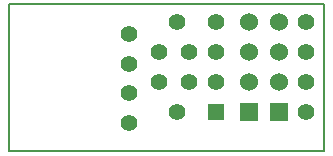
<source format=gbl>
G04 (created by PCBNEW-RS274X (2012-apr-16-27)-stable) date Wed 04 Sep 2013 12:16:17 PM IST*
G01*
G70*
G90*
%MOIN*%
G04 Gerber Fmt 3.4, Leading zero omitted, Abs format*
%FSLAX34Y34*%
G04 APERTURE LIST*
%ADD10C,0.006000*%
%ADD11C,0.007100*%
%ADD12C,0.007200*%
%ADD13C,0.055000*%
%ADD14R,0.055000X0.055000*%
%ADD15R,0.060000X0.060000*%
%ADD16C,0.060000*%
G04 APERTURE END LIST*
G54D10*
G54D11*
X34000Y-43200D02*
X34000Y-38300D01*
G54D12*
X44500Y-43200D02*
X34000Y-43200D01*
X44500Y-38300D02*
X44500Y-43200D01*
X34000Y-38300D02*
X44500Y-38300D01*
G54D13*
X38000Y-42250D03*
X38000Y-41250D03*
G54D14*
X40900Y-41900D03*
G54D13*
X40900Y-40900D03*
X40900Y-39900D03*
X40900Y-38900D03*
X43900Y-38900D03*
X43900Y-39900D03*
X43900Y-40900D03*
X43900Y-41900D03*
G54D15*
X43000Y-41900D03*
G54D16*
X43000Y-40900D03*
X43000Y-39900D03*
X43000Y-38900D03*
G54D15*
X42000Y-41900D03*
G54D16*
X42000Y-40900D03*
X42000Y-39900D03*
X42000Y-38900D03*
G54D13*
X39000Y-40900D03*
X40000Y-40900D03*
X39000Y-39900D03*
X40000Y-39900D03*
X38000Y-39300D03*
X38000Y-40300D03*
X39600Y-38900D03*
X39600Y-41900D03*
M02*

</source>
